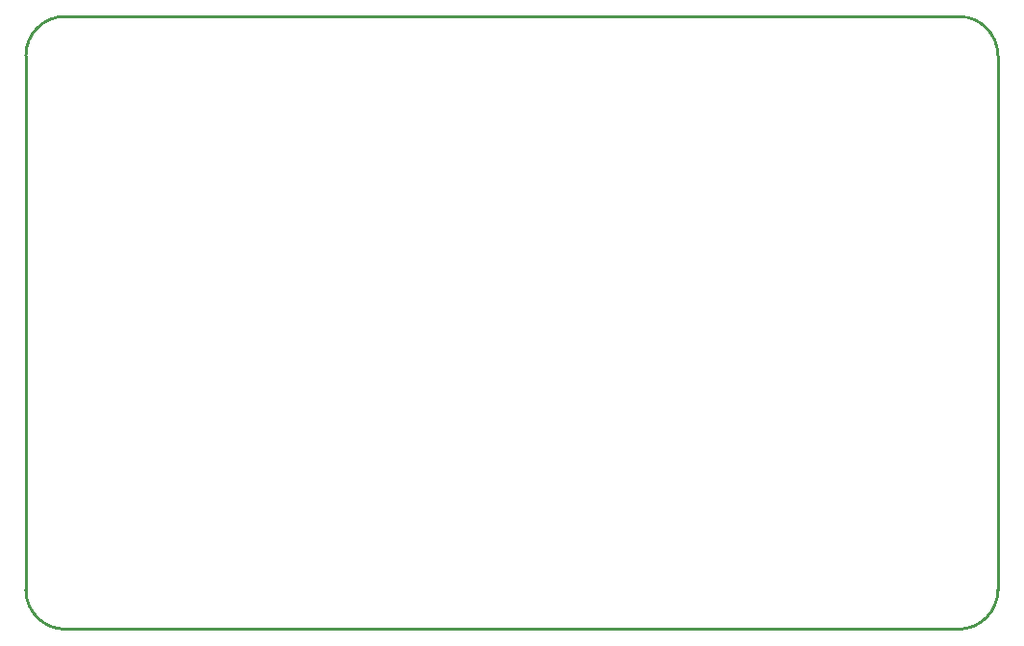
<source format=gbr>
G04*
G04 #@! TF.GenerationSoftware,Altium Limited,Altium Designer,24.9.1 (31)*
G04*
G04 Layer_Color=16711935*
%FSLAX25Y25*%
%MOIN*%
G70*
G04*
G04 #@! TF.SameCoordinates,DFC5EAFA-02C9-4576-AE6E-E5021E00C3BD*
G04*
G04*
G04 #@! TF.FilePolarity,Positive*
G04*
G01*
G75*
%ADD30C,0.01000*%
D30*
X337000Y198843D02*
G03*
X323343Y212500I-13657J0D01*
G01*
X0Y13657D02*
G03*
X13657Y0I13657J0D01*
G01*
X323343D02*
G03*
X337000Y13657I0J13657D01*
G01*
X13657Y212500D02*
G03*
X0Y198843I0J-13657D01*
G01*
X0D02*
X0Y13657D01*
X337000D02*
Y198843D01*
X13657Y212500D02*
X323343D01*
X13657Y0D02*
X323343D01*
M02*

</source>
